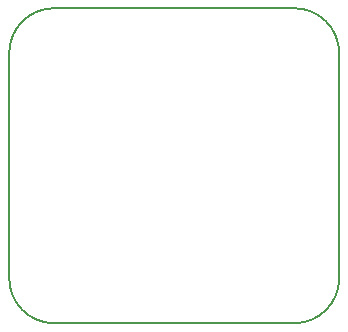
<source format=gbr>
G04 (created by PCBNEW (2013-05-31 BZR 4019)-stable) date 7/9/2014 9:45:12 PM*
%MOIN*%
G04 Gerber Fmt 3.4, Leading zero omitted, Abs format*
%FSLAX34Y34*%
G01*
G70*
G90*
G04 APERTURE LIST*
%ADD10C,0.00590551*%
G04 APERTURE END LIST*
G54D10*
X55000Y-53500D02*
X55000Y-46000D01*
X64500Y-55000D02*
X56500Y-55000D01*
X66000Y-46000D02*
X66000Y-53500D01*
X56500Y-44500D02*
X64500Y-44500D01*
X55000Y-53500D02*
G75*
G03X56500Y-55000I1500J0D01*
G74*
G01*
X64500Y-55000D02*
G75*
G03X66000Y-53500I0J1500D01*
G74*
G01*
X66000Y-46000D02*
G75*
G03X64500Y-44500I-1500J0D01*
G74*
G01*
X56500Y-44500D02*
G75*
G03X55000Y-46000I0J-1500D01*
G74*
G01*
M02*

</source>
